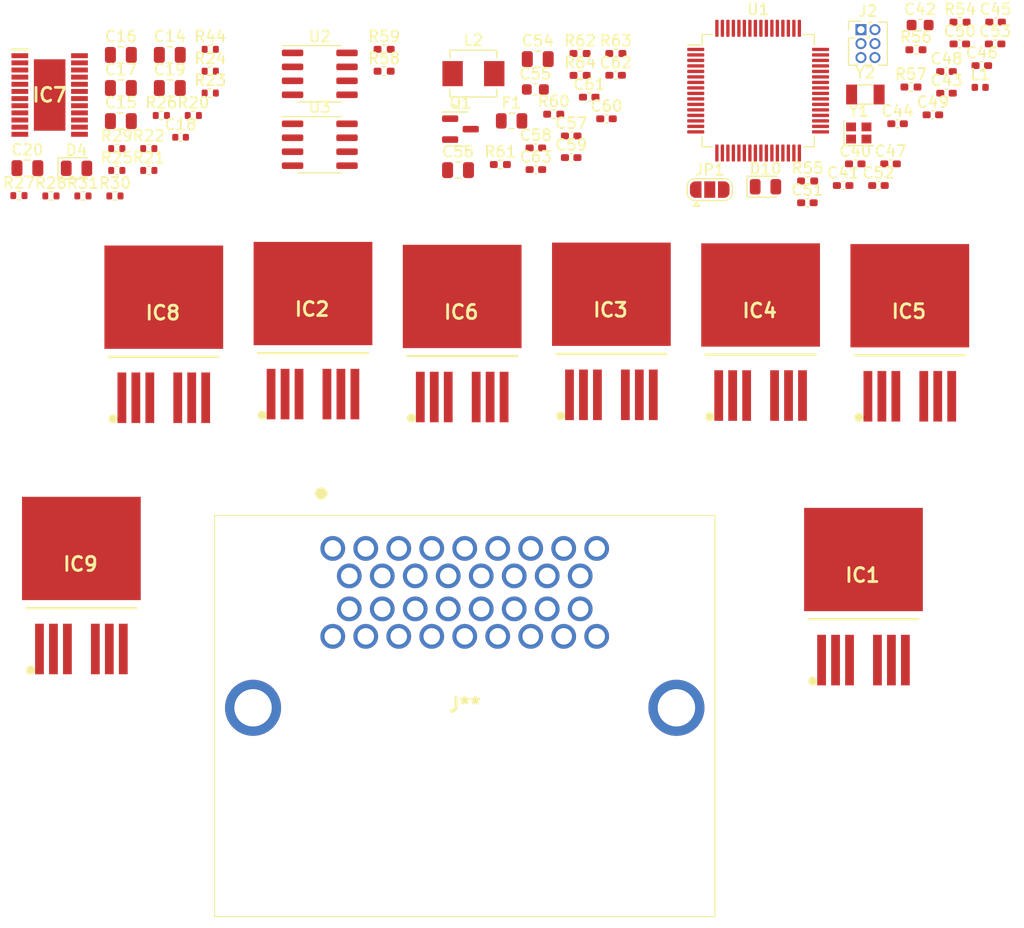
<source format=kicad_pcb>
(kicad_pcb (version 20211014) (generator pcbnew)
  (layers (0 "F.Cu" signal) (31 "B.Cu" signal) (34 "B.Paste" user) (35 "F.Paste" user) (36 "B.SilkS" user "B.Silkscreen") (37 "F.SilkS" user "F.Silkscreen") (38 "B.Mask" user) (39 "F.Mask" user) (44 "Edge.Cuts" user))
  (net 0 "")
  (net 1 "/POWER_SWITCHES/BTS722204/OUT0")
  (net 2 "GND")
  (net 3 "/POWER_SWITCHES/BTS722204/OUT1")
  (net 4 "/POWER_SWITCHES/BTS722204/OUT2")
  (net 5 "/POWER_SWITCHES/BTS722204/OUT3")
  (net 6 "/POWER_SWITCHES/BTS722204/ADC")
  (net 7 "Net-(C19-Pad1)")
  (net 8 "Net-(C19-Pad2)")
  (net 9 "/POWER_SWITCHES/BTS722204/VS")
  (net 10 "Net-(IC1-Pad2)")
  (net 11 "Net-(IC1-Pad3)")
  (net 12 "/POWER_SWITCHES/BTS50010-1TAE/MOS_OUT")
  (net 13 "+12V")
  (net 14 "Net-(IC2-Pad2)")
  (net 15 "Net-(IC2-Pad3)")
  (net 16 "/POWER_SWITCHES/BTS50010-1TAE1/MOS_OUT")
  (net 17 "Net-(IC3-Pad2)")
  (net 18 "Net-(IC3-Pad3)")
  (net 19 "/POWER_SWITCHES/BTS50010-1TAE2/MOS_OUT")
  (net 20 "Net-(IC4-Pad2)")
  (net 21 "Net-(IC4-Pad3)")
  (net 22 "/POWER_SWITCHES/BTS50010-1TAE3/MOS_OUT")
  (net 23 "Net-(IC5-Pad2)")
  (net 24 "Net-(IC5-Pad3)")
  (net 25 "/POWER_SWITCHES/BTS50010-1TAE4/MOS_OUT")
  (net 26 "Net-(IC6-Pad2)")
  (net 27 "Net-(IC6-Pad3)")
  (net 28 "/POWER_SWITCHES/BTS50010-1TAE6/MOS_OUT")
  (net 29 "Net-(IC7-Pad3)")
  (net 30 "Net-(IC7-Pad4)")
  (net 31 "Net-(IC7-Pad5)")
  (net 32 "Net-(IC7-Pad6)")
  (net 33 "Net-(IC7-Pad7)")
  (net 34 "Net-(IC7-Pad8)")
  (net 35 "Net-(IC7-Pad9)")
  (net 36 "Net-(IC7-Pad10)")
  (net 37 "Net-(IC7-Pad11)")
  (net 38 "Net-(IC7-Pad12)")
  (net 39 "Net-(IC8-Pad2)")
  (net 40 "Net-(IC8-Pad3)")
  (net 41 "/POWER_SWITCHES/BTS50010-1TAE7/MOS_OUT")
  (net 42 "Net-(IC9-Pad2)")
  (net 43 "Net-(IC9-Pad3)")
  (net 44 "/POWER_SWITCHES/BTS50010-1TAE5/MOS_OUT")
  (net 45 "/POWER_SWITCHES/BTS722204/MISO")
  (net 46 "/POWER_SWITCHES/BTS722204/MOSI")
  (net 47 "/POWER_SWITCHES/BTS722204/SCLK")
  (net 48 "/POWER_SWITCHES/BTS722204/CSN")
  (net 49 "/POWER_SWITCHES/BTS722204/IN0")
  (net 50 "/POWER_SWITCHES/BTS722204/IN1")
  (net 51 "/POWER_SWITCHES/BTS722204/IN2")
  (net 52 "/POWER_SWITCHES/BTS722204/IN3")
  (net 53 "+3.3V")
  (net 54 "Net-(C40-Pad1)")
  (net 55 "Net-(C41-Pad1)")
  (net 56 "OSC_IN")
  (net 57 "+3.3VA")
  (net 58 "OSC_OUT")
  (net 59 "OSC32_IN")
  (net 60 "OSC32_OUT")
  (net 61 "+5V")
  (net 62 "/MCU/POWER/PG3V3")
  (net 63 "Net-(C59-Pad2)")
  (net 64 "Net-(C60-Pad1)")
  (net 65 "Net-(C60-Pad2)")
  (net 66 "Net-(C61-Pad1)")
  (net 67 "Net-(D10-Pad2)")
  (net 68 "Net-(F1-Pad2)")
  (net 69 "12V_CONN")
  (net 70 "/MCU/CAN_BUS/CAN1_H")
  (net 71 "/MCU/CAN_BUS/CAN1_L")
  (net 72 "/MCU/CAN_BUS/CAN2_H")
  (net 73 "/MCU/CAN_BUS/CAN2_L")
  (net 75 "NRST")
  (net 76 "SWCLK")
  (net 77 "SWDIO")
  (net 78 "Net-(JP1-Pad2)")
  (net 79 "I2C2_SCL")
  (net 80 "I2C2_SDA")
  (net 81 "LED_STATUS")
  (net 82 "BOOT0")
  (net 83 "Net-(IC11-Pad6)")
  (net 84 "Net-(IC11-Pad5)")
  (net 85 "Net-(IC11-Pad8)")
  (net 86 "ADC_A1")
  (net 87 "ADC_A2")
  (net 88 "ADC_A3")
  (net 89 "ADC_A4")
  (net 90 "ADC_B1")
  (net 91 "ADC_B2")
  (net 92 "ADC_B3")
  (net 93 "ADC_B4")
  (net 94 "GPIO_1")
  (net 95 "GPIO_2")
  (net 96 "GPIO_3")
  (net 97 "GPIO_4")
  (net 98 "GPIO_5")
  (net 99 "GPIO_6")
  (net 100 "GPIO_7")
  (net 101 "GPIO_8")
  (net 103 "SPI_CS")
  (net 104 "SPI2_SCK")
  (net 105 "SPI2_MISO")
  (net 106 "SPI2_MOSI")
  (net 107 "TIM3_CH1")
  (net 108 "TIM3_CH2")
  (net 109 "TIM3_CH3")
  (net 111 "TIM1_CH1")
  (net 112 "TIM1_CH2")
  (net 113 "TIM1_CH3")
  (net 117 "USART_TX")
  (net 118 "USART_RX")
  (net 119 "USART_CK")
  (net 121 "SWO")
  (net 123 "CAN2_RX")
  (net 124 "CAN2_TX")
  (net 126 "CAN1_RX")
  (net 127 "CAN1_TX")
  (footprint "Capacitor_SMD:C_0603_1608Metric" (layer "F.Cu") (at 228.67 20.96)
    (fp_text reference "C42" (at 0 -1.43) (layer "F.SilkS"))
    (fp_text value "4,7uF")
    (pad "1" smd roundrect (at -0.775 0) (size 0.9 0.95) (layers "F.Cu" "F.Paste" "F.Mask") (net 53 "+3.3V"))
    (pad "2" smd roundrect (at 0.775 0) (size 0.9 0.95) (layers "F.Cu" "F.Paste" "F.Mask") (net 2 "GND"))
  )
  (footprint "Capacitor_SMD:C_0402_1005Metric_Pad0.74x0.62mm_HandSolder" (layer "F.Cu") (at 193.73 32.14)
    (fp_text reference "C58" (at 0 -1.16) (layer "F.SilkS"))
    (fp_text value "0.1uF")
    (pad "1" smd roundrect (at -0.5675 0) (size 0.735 0.62) (layers "F.Cu" "F.Paste" "F.Mask") (net 2 "GND"))
    (pad "2" smd roundrect (at 0.5675 0) (size 0.735 0.62) (layers "F.Cu" "F.Paste" "F.Mask") (net 13 "+12V"))
  )
  (footprint "Capacitor_SMD:C_0805_2012Metric" (layer "F.Cu") (at 147.49 33.98)
    (fp_text reference "C20" (at 0 -1.68) (layer "F.SilkS"))
    (fp_text value "100nF")
    (pad "1" smd roundrect (at -0.95 0) (size 1 1.45) (layers "F.Cu" "F.Paste" "F.Mask") (net 2 "GND"))
    (pad "2" smd roundrect (at 0.95 0) (size 1 1.45) (layers "F.Cu" "F.Paste" "F.Mask") (net 9 "/POWER_SWITCHES/BTS722204/VS"))
  )
  (footprint "Resistor_SMD:R_0402_1005Metric_Pad0.72x0.64mm_HandSolder" (layer "F.Cu") (at 179.93 23.17)
    (fp_text reference "R59" (at 0 -1.17) (layer "F.SilkS"))
    (fp_text value "120")
    (pad "1" smd roundrect (at -0.5975 0) (size 0.715 0.64) (layers "F.Cu" "F.Paste" "F.Mask") (net 73 "/MCU/CAN_BUS/CAN2_L"))
    (pad "2" smd roundrect (at 0.5975 0) (size 0.715 0.64) (layers "F.Cu" "F.Paste" "F.Mask") (net 72 "/MCU/CAN_BUS/CAN2_H"))
  )
  (footprint "Capacitor_SMD:C_0805_2012Metric" (layer "F.Cu") (at 155.99 23.68)
    (fp_text reference "C16" (at 0 -1.68) (layer "F.SilkS"))
    (fp_text value "10nf")
    (pad "1" smd roundrect (at -0.95 0) (size 1 1.45) (layers "F.Cu" "F.Paste" "F.Mask") (net 4 "/POWER_SWITCHES/BTS722204/OUT2"))
    (pad "2" smd roundrect (at 0.95 0) (size 1 1.45) (layers "F.Cu" "F.Paste" "F.Mask") (net 2 "GND"))
  )
  (footprint "LED_SMD:LED_0805_2012Metric" (layer "F.Cu") (at 214.61 35.675)
    (fp_text reference "D10" (at 0 -1.65) (layer "F.SilkS"))
    (fp_text value "LED_Small")
    (pad "1" smd roundrect (at -0.9375 0) (size 0.975 1.4) (layers "F.Cu" "F.Paste" "F.Mask") (net 2 "GND"))
    (pad "2" smd roundrect (at 0.9375 0) (size 0.975 1.4) (layers "F.Cu" "F.Paste" "F.Mask") (net 67 "Net-(D10-Pad2)"))
  )
  (footprint "Resistor_SMD:R_0402_1005Metric_Pad0.72x0.64mm_HandSolder" (layer "F.Cu") (at 218.44 35.15)
    (fp_text reference "R55" (at 0 -1.17) (layer "F.SilkS"))
    (fp_text value "2k2")
    (pad "1" smd roundrect (at -0.5975 0) (size 0.715 0.64) (layers "F.Cu" "F.Paste" "F.Mask") (net 53 "+3.3V"))
    (pad "2" smd roundrect (at 0.5975 0) (size 0.715 0.64) (layers "F.Cu" "F.Paste" "F.Mask") (net 80 "I2C2_SDA"))
  )
  (footprint "Jumper:SolderJumper-3_P1.3mm_Open_RoundedPad1.0x1.5mm" (layer "F.Cu") (at 209.54 35.93)
    (fp_text reference "JP1" (at 0 -1.8) (layer "F.SilkS"))
    (fp_text value "SolderJumper_3_Open")
    (pad "1" smd custom (at -1.3 0) (size 1 0.5) (layers "F.Cu" "F.Mask") (net 2 "GND") (options (clearance outline) (anchor rect)) (primitives (gr_circle (center 0 0.25) (end 0.5 0.25) (width 0) (fill yes)) (gr_circle (center 0 -0.25) (end 0.5 -0.25) (width 0) (fill yes)) (gr_poly (pts (xy 0.55 0.75) (xy 0 0.75) (xy 0 -0.75) (xy 0.55 -0.75)) (width 0) (fill yes))))
    (pad "2" smd rect (at 0 0) (size 1 1.5) (layers "F.Cu" "F.Mask") (net 78 "Net-(JP1-Pad2)"))
    (pad "3" smd custom (at 1.3 0) (size 1 0.5) (layers "F.Cu" "F.Mask") (net 53 "+3.3V") (options (clearance outline) (anchor rect)) (primitives (gr_circle (center 0 0.25) (end 0.5 0.25) (width 0) (fill yes)) (gr_circle (center 0 -0.25) (end 0.5 -0.25) (width 0) (fill yes)) (gr_poly (pts (xy 0 0.75) (xy -0.55 0.75) (xy -0.55 -0.75) (xy 0 -0.75)) (width 0) (fill yes))))
  )
  (footprint "Capacitor_SMD:C_0402_1005Metric_Pad0.74x0.62mm_HandSolder" (layer "F.Cu") (at 200.15 29.49)
    (fp_text reference "C60" (at 0 -1.16) (layer "F.SilkS"))
    (fp_text value "1uF")
    (pad "1" smd roundrect (at -0.5675 0) (size 0.735 0.62) (layers "F.Cu" "F.Paste" "F.Mask") (net 64 "Net-(C60-Pad1)"))
    (pad "2" smd roundrect (at 0.5675 0) (size 0.735 0.62) (layers "F.Cu" "F.Paste" "F.Mask") (net 65 "Net-(C60-Pad2)"))
  )
  (footprint "Resistor_SMD:R_0402_1005Metric" (layer "F.Cu") (at 158.53 32.2)
    (fp_text reference "R22" (at 0 -1.17) (layer "F.SilkS"))
    (fp_text value "1.2k")
    (pad "1" smd roundrect (at -0.51 0) (size 0.54 0.64) (layers "F.Cu" "F.Paste" "F.Mask") (net 31 "Net-(IC7-Pad5)"))
    (pad "2" smd roundrect (at 0.51 0) (size 0.54 0.64) (layers "F.Cu" "F.Paste" "F.Mask") (net 47 "/POWER_SWITCHES/BTS722204/SCLK"))
  )
  (footprint "Resistor_SMD:R_0402_1005Metric" (layer "F.Cu") (at 164.12 23.17)
    (fp_text reference "R44" (at 0 -1.17) (layer "F.SilkS"))
    (fp_text value "1.2k")
    (pad "1" smd roundrect (at -0.51 0) (size 0.54 0.64) (layers "F.Cu" "F.Paste" "F.Mask") (net 33 "Net-(IC7-Pad7)"))
    (pad "2" smd roundrect (at 0.51 0) (size 0.54 0.64) (layers "F.Cu" "F.Paste" "F.Mask") (net 2 "GND"))
  )
  (footprint "Resistor_SMD:R_0402_1005Metric_Pad0.72x0.64mm_HandSolder" (layer "F.Cu") (at 228.29 23.21)
    (fp_text reference "R56" (at 0 -1.17) (layer "F.SilkS"))
    (fp_text value "1k5")
    (pad "1" smd roundrect (at -0.5975 0) (size 0.715 0.64) (layers "F.Cu" "F.Paste" "F.Mask") (net 81 "LED_STATUS"))
    (pad "2" smd roundrect (at 0.5975 0) (size 0.715 0.64) (layers "F.Cu" "F.Paste" "F.Mask") (net 67 "Net-(D10-Pad2)"))
  )
  (footprint "Resistor_SMD:R_0402_1005Metric_Pad0.72x0.64mm_HandSolder" (layer "F.Cu") (at 201 23.55)
    (fp_text reference "R63" (at 0 -1.17) (layer "F.SilkS"))
    (fp_text value "13k")
    (pad "1" smd roundrect (at -0.5975 0) (size 0.715 0.64) (layers "F.Cu" "F.Paste" "F.Mask") (net 66 "Net-(C61-Pad1)"))
    (pad "2" smd roundrect (at 0.5975 0) (size 0.715 0.64) (layers "F.Cu" "F.Paste" "F.Mask") (net 2 "GND"))
  )
  (footprint "Capacitor_SMD:C_0402_1005Metric_Pad0.74x0.62mm_HandSolder" (layer "F.Cu") (at 221.67 35.56)
    (fp_text reference "C41" (at 0 -1.16) (layer "F.SilkS"))
    (fp_text value "2u2")
    (pad "1" smd roundrect (at -0.5675 0) (size 0.735 0.62) (layers "F.Cu" "F.Paste" "F.Mask") (net 55 "Net-(C41-Pad1)"))
    (pad "2" smd roundrect (at 0.5675 0) (size 0.735 0.62) (layers "F.Cu" "F.Paste" "F.Mask") (net 2 "GND"))
  )
  (footprint "PDMS_Additional:PG-TO263-7-3_3" (layer "F.Cu") (at 159.892857 45.719996)
    (fp_text reference "IC8" (at -0.084 1.425) (layer "F.SilkS") (effects (font (size 1.27 1.27) (thickness 0.254))))
    (fp_text value "BTS500101TAEATMA1" hide)
    (pad "1" smd rect (at -3.81 9.15) (size 0.8 4.6) (layers "F.Cu" "F.Paste" "F.Mask") (net 2 "GND"))
    (pad "2" smd rect (at -2.54 9.15) (size 0.8 4.6) (layers "F.Cu" "F.Paste" "F.Mask") (net 39 "Net-(IC8-Pad2)"))
    (pad "3" smd rect (at -1.27 9.15) (size 0.8 4.6) (layers "F.Cu" "F.Paste" "F.Mask") (net 40 "Net-(IC8-Pad3)"))
    (pad "5" smd rect (at 1.27 9.15) (size 0.8 4.6) (layers "F.Cu" "F.Paste" "F.Mask") (net 41 "/POWER_SWITCHES/BTS50010-1TAE7/MOS_OUT"))
    (pad "6" smd rect (at 2.54 9.15) (size 0.8 4.6) (layers "F.Cu" "F.Paste" "F.Mask") (net 41 "/POWER_SWITCHES/BTS50010-1TAE7/MOS_OUT"))
    (pad "7" smd rect (at 3.81 9.15) (size 0.8 4.6) (layers "F.Cu" "F.Paste" "F.Mask") (net 41 "/POWER_SWITCHES/BTS50010-1TAE7/MOS_OUT"))
    (pad "8" smd rect (at 0 0 90) (size 9.4 10.8) (layers "F.Cu" "F.Paste" "F.Mask") (net 13 "+12V"))
  )
  (footprint "Resistor_SMD:R_0402_1005Metric" (layer "F.Cu") (at 146.72 36.48)
    (fp_text reference "R27" (at 0 -1.17) (layer "F.SilkS"))
    (fp_text value "4.7k")
    (pad "1" smd roundrect (at -0.51 0) (size 0.54 0.64) (layers "F.Cu" "F.Paste" "F.Mask") (net 52 "/POWER_SWITCHES/BTS722204/IN3"))
    (pad "2" smd roundrect (at 0.51 0) (size 0.54 0.64) (layers "F.Cu" "F.Paste" "F.Mask") (net 37 "Net-(IC7-Pad11)"))
  )
  (footprint "Resistor_SMD:R_0402_1005Metric_Pad0.72x0.64mm_HandSolder" (layer "F.Cu") (at 190.5 33.65)
    (fp_text reference "R61" (at 0 -1.17) (layer "F.SilkS"))
    (fp_text value "20")
    (pad "1" smd roundrect (at -0.5975 0) (size 0.715 0.64) (layers "F.Cu" "F.Paste" "F.Mask") (net 84 "Net-(IC11-Pad5)"))
    (pad "2" smd roundrect (at 0.5975 0) (size 0.715 0.64) (layers "F.Cu" "F.Paste" "F.Mask") (net 64 "Net-(C60-Pad1)"))
  )
  (footprint "Resistor_SMD:R_0402_1005Metric_Pad0.72x0.64mm_HandSolder" (layer "F.Cu") (at 179.93 25.16)
    (fp_text reference "R58" (at 0 -1.17) (layer "F.SilkS"))
    (fp_text value "120")
    (pad "1" smd roundrect (at -0.5975 0) (size 0.715 0.64) (layers "F.Cu" "F.Paste" "F.Mask") (net 70 "/MCU/CAN_BUS/CAN1_H"))
    (pad "2" smd roundrect (at 0.5975 0) (size 0.715 0.64) (layers "F.Cu" "F.Paste" "F.Mask") (net 71 "/MCU/CAN_BUS/CAN1_L"))
  )
  (footprint "Resistor_SMD:R_0402_1005Metric" (layer "F.Cu") (at 155.45 36.51)
    (fp_text reference "R30" (at 0 -1.17) (layer "F.SilkS"))
    (fp_text value "4.7k")
    (pad "1" smd roundrect (at -0.51 0) (size 0.54 0.64) (layers "F.Cu" "F.Paste" "F.Mask") (net 38 "Net-(IC7-Pad12)"))
    (pad "2" smd roundrect (at 0.51 0) (size 0.54 0.64) (layers "F.Cu" "F.Paste" "F.Mask") (net 6 "/POWER_SWITCHES/BTS722204/ADC"))
  )
  (footprint "Diode_SMD:D_0805_2012Metric" (layer "F.Cu") (at 151.96 33.995)
    (fp_text reference "D4" (at 0 -1.65) (layer "F.SilkS"))
    (fp_text value "7V")
    (pad "1" smd roundrect (at -0.9375 0) (size 0.975 1.4) (layers "F.Cu" "F.Paste" "F.Mask") (net 2 "GND"))
    (pad "2" smd roundrect (at 0.9375 0) (size 0.975 1.4) (layers "F.Cu" "F.Paste" "F.Mask") (net 6 "/POWER_SWITCHES/BTS722204/ADC"))
  )
  (footprint "PDM_Additional:SOP65P600X115-25N" (layer "F.Cu") (at 149.515 27.325)
    (fp_text reference "IC7" (at 0 0) (layer "F.SilkS") (effects (font (size 1.27 1.27) (thickness 0.254))))
    (fp_text value "BTS722204ESAXUMA1" hide)
    (pad "1" smd rect (at -2.712 -3.575 90) (size 0.45 1.525) (layers "F.Cu" "F.Paste" "F.Mask") (net 2 "GND"))
    (pad "2" smd rect (at -2.712 -2.925 90) (size 0.45 1.525) (layers "F.Cu" "F.Paste" "F.Mask") (net 8 "Net-(C19-Pad2)"))
    (pad "3" smd rect (at -2.712 -2.275 90) (size 0.45 1.525) (layers "F.Cu" "F.Paste" "F.Mask") (net 29 "Net-(IC7-Pad3)"))
    (pad "4" smd rect (at -2.712 -1.625 90) (size 0.45 1.525) (layers "F.Cu" "F.Paste" "F.Mask") (net 30 "Net-(IC7-Pad4)"))
    (pad "5" smd rect (at -2.712 -0.975 90) (size 0.45 1.525) (layers "F.Cu" "F.Paste" "F.Mask") (net 31 "Net-(IC7-Pad5)"))
    (pad "6" smd rect (at -2.712 -0.325 90) (size 0.45 1.525) (layers "F.Cu" "F.Paste" "F.Mask") (net 32 "Net-(IC7-Pad6)"))
    (pad "7" smd rect (at -2.712 0.325 90) (size 0.45 1.525) (layers "F.Cu" "F.Paste" "F.Mask") (net 33 "Net-(IC7-Pad7)"))
    (pad "8" smd rect (at -2.712 0.975 90) (size 0.45 1.525) (layers "F.Cu" "F.Paste" "F.Mask") (net 34 "Net-(IC7-Pad8)"))
    (pad "9" smd rect (at -2.712 1.625 90) (size 0.45 1.525) (layers "F.Cu" "F.Paste" "F.Mask") (net 35 "Net-(IC7-Pad9)"))
    (pad "10" smd rect (at -2.712 2.275 90) (size 0.45 1.525) (layers "F.Cu" "F.Paste" "F.Mask") (net 36 "Net-(IC7-Pad10)"))
    (pad "11" smd rect (at -2.712 2.925 90) (size 0.45 1.525) (layers "F.Cu" "F.Paste" "F.Mask") (net 37 "Net-(IC7-Pad11)"))
    (pad "12" smd rect (at -2.712 3.575 90) (size 0.45 1.525) (layers "F.Cu" "F.Paste" "F.Mask") (net 38 "Net-(IC7-Pad12)"))
    (pad "13" smd rect (at 2.712 3.575 90) (size 0.45 1.525) (layers "F.Cu" "F.Paste" "F.Mask") (net 5 "/POWER_SWITCHES/BTS722204/OUT3"))
    (pad "14" smd rect (at 2.712 2.925 90) (size 0.45 1.525) (layers "F.Cu" "F.Paste" "F.Mask") (net 5 "/POWER_SWITCHES/BTS722204/OUT3"))
    (pad "15" smd rect (at 2.712 2.275 90) (size 0.45 1.525) (layers "F.Cu" "F.Paste" "F.Mask") (net 5 "/POWER_SWITCHES/BTS722204/OUT3"))
    (pad "16" smd rect (at 2.712 1.625 90) (size 0.45 1.525) (layers "F.Cu" "F.Paste" "F.Mask") (net 5 "/POWER_SWITCHES/BTS722204/OUT3"))
    (pad "17" smd rect (at 2.712 0.975 90) (size 0.45 1.525) (layers "F.Cu" "F.Paste" "F.Mask") (net 4 "/POWER_SWITCHES/BTS722204/OUT2"))
    (pad "18" smd rect (at 2.712 0.325 90) (size 0.45 1.525) (layers "F.Cu" "F.Paste" "F.Mask") (net 4 "/POWER_SWITCHES/BTS722204/OUT2"))
    (pad "19" smd rect (at 2.712 -0.325 90) (size 0.45 1.525) (layers "F.Cu" "F.Paste" "F.Mask") (net 3 "/POWER_SWITCHES/BTS722204/OUT1"))
    (pad "20" smd rect (at 2.712 -0.975 90) (size 0.45 1.525) (layers "F.Cu" "F.Paste" "F.Mask") (net 3 "/POWER_SWITCHES/BTS722204/OUT1"))
    (pad "21" smd rect (at 2.712 -1.625 90) (size 0.45 1.525) (layers "F.Cu" "F.Paste" "F.Mask") (net 1 "/POWER_SWITCHES/BTS722204/OUT0"))
    (pad "22" smd rect (at 2.712 -2.275 90) (size 0.45 1.525) (layers "F.Cu" "F.Paste" "F.Mask") (net 1 "/POWER_SWITCHES/BTS722204/OUT0"))
    (pad "23" smd rect (at 2.712 -2.925 90) (size 0.45 1.525) (layers "F.Cu" "F.Paste" "F.Mask") (net 1 "/POWER_SWITCHES/BTS722204/OUT0"))
    (pad "24" smd rect (at 2.712 -3.575 90) (size 0.45 1.525) (layers "F.Cu" "F.Paste" "F.Mask") (net 1 "/POWER_SWITCHES/BTS722204/OUT0"))
    (pad "25" smd rect (at 0 0) (size 2.87 6.5) (layers "F.Cu" "F.Paste" "F.Mask") (net 9 "/POWER_SWITCHES/BTS722204/VS"))
  )
  (footprint "Package_SO:SOIC-8_3.9x4.9mm_P1.27mm" (layer "F.Cu") (at 174.08 31.85)
    (fp_text reference "U3" (at 0 -3.4) (layer "F.SilkS"))
    (fp_text value "MCP2561-E-SN")
    (pad "1" smd roundrect (at -2.475 -1.905) (size 1.95 0.6) (layers "F.Cu" "F.Paste" "F.Mask") (net 124 "CAN2_TX"))
    (pad "2" smd roundrect (at -2.475 -0.635) (size 1.95 0.6) (layers "F.Cu" "F.Paste" "F.Mask") (net 2 "GND"))
    (pad "3" smd roundrect (at -2.475 0.635) (size 1.95 0.6) (layers "F.Cu" "F.Paste" "F.Mask") (net 61 "+5V"))
    (pad "4" smd roundrect (at -2.475 1.905) (size 1.95 0.6) (layers "F.Cu" "F.Paste" "F.Mask") (net 123 "CAN2_RX"))
    (pad "5" smd roundrect (at 2.475 1.905) (size 1.95 0.6) (layers "F.Cu" "F.Paste" "F.Mask"))
    (pad "6" smd roundrect (at 2.475 0.635) (size 1.95 0.6) (layers "F.Cu" "F.Paste" "F.Mask") (net 73 "/MCU/CAN_BUS/CAN2_L"))
    (pad "7" smd roundrect (at 2.475 -0.635) (size 1.95 0.6) (layers "F.Cu" "F.Paste" "F.Mask") (net 72 "/MCU/CAN_BUS/CAN2_H"))
    (pad "8" smd roundrect (at 2.475 -1.905) (size 1.95 0.6) (layers "F.Cu" "F.Paste" "F.Mask") (net 2 "GND"))
  )
  (footprint "PDMS_Additional:PG-TO263-7-3_3" (layer "F.Cu") (at 152.4 68.58)
    (fp_text reference "IC9" (at -0.084 1.425) (layer "F.SilkS") (effects (font (size 1.27 1.27) (thickness 0.254))))
    (fp_text value "BTS500101TAEATMA1" hide)
    (pad "1" smd rect (at -3.81 9.15) (size 0.8 4.6) (layers "F.Cu" "F.Paste" "F.Mask") (net 2 "GND"))
    (pad "2" smd rect (at -2.54 9.15) (size 0.8 4.6) (layers "F.Cu" "F.Paste" "F.Mask") (net 42 "Net-(IC9-Pad2)"))
    (pad "3" smd rect (at -1.27 9.15) (size 0.8 4.6) (layers "F.Cu" "F.Paste" "F.Mask") (net 43 "Net-(IC9-Pad3)"))
    (pad "5" smd rect (at 1.27 9.15) (size 0.8 4.6) (layers "F.Cu" "F.Paste" "F.Mask") (net 44 "/POWER_SWITCHES/BTS50010-1TAE5/MOS_OUT"))
    (pad "6" smd rect (at 2.54 9.15) (size 0.8 4.6) (layers "F.Cu" "F.Paste" "F.Mask") (net 44 "/POWER_SWITCHES/BTS50010-1TAE5/MOS_OUT"))
    (pad "7" smd rect (at 3.81 9.15) (size 0.8 4.6) (layers "F.Cu" "F.Paste" "F.Mask") (net 44 "/POWER_SWITCHES/BTS50010-1TAE5/MOS_OUT"))
    (pad "8" smd rect (at 0 0 90) (size 9.4 10.8) (layers "F.Cu" "F.Paste" "F.Mask") (net 13 "+12V"))
  )
  (footprint "Capacitor_SMD:C_0603_1608Metric" (layer "F.Cu") (at 193.68 26.82)
    (fp_text reference "C55" (at 0 -1.43) (layer "F.SilkS"))
    (fp_text value "4.7uF")
    (pad "1" smd roundrect (at -0.775 0) (size 0.9 0.95) (layers "F.Cu" "F.Paste" "F.Mask") (net 61 "+5V"))
    (pad "2" smd roundrect (at 0.775 0) (size 0.9 0.95) (layers "F.Cu" "F.Paste" "F.Mask") (net 2 "GND"))
  )
  (footprint "Inductor_SMD:L_0402_1005Metric" (layer "F.Cu") (at 234.13 26.63)
    (fp_text reference "L1" (at 0 -1.17) (layer "F.SilkS"))
    (fp_text value "2u7 120m")
    (pad "1" smd roundrect (at -0.485 0) (size 0.59 0.64) (layers "F.Cu" "F.Paste" "F.Mask") (net 53 "+3.3V"))
    (pad "2" smd roundrect (at 0.485 0) (size 0.59 0.64) (layers "F.Cu" "F.Paste" "F.Mask") (net 57 "+3.3VA"))
  )
  (footprint "Capacitor_SMD:C_0402_1005Metric_Pad0.74x0.62mm_HandSolder" (layer "F.Cu") (at 235.49 22.68)
    (fp_text reference "C53" (at 0 -1.16) (layer "F.SilkS"))
    (fp_text value "10pF")
    (pad "1" smd roundrect (at -0.5675 0) (size 0.735 0.62) (layers "F.Cu" "F.Paste" "F.Mask") (net 60 "OSC32_OUT"))
    (pad "2" smd roundrect (at 0.5675 0) (size 0.735 0.62) (layers "F.Cu" "F.Paste" "F.Mask") (net 2 "GND"))
  )
  (footprint "Resistor_SMD:R_0402_1005Metric_Pad0.72x0.64mm_HandSolder" (layer "F.Cu") (at 227.84 26.6)
    (fp_text reference "R57" (at 0 -1.17) (layer "F.SilkS"))
    (fp_text value "1k")
    (pad "1" smd roundrect (at -0.5975 0) (size 0.715 0.64) (layers "F.Cu" "F.Paste" "F.Mask") (net 82 "BOOT0"))
    (pad "2" smd roundrect (at 0.5975 0) (size 0.715 0.64) (layers "F.Cu" "F.Paste" "F.Mask") (net 78 "Net-(JP1-Pad2)"))
  )
  (footprint "Capacitor_SMD:C_0402_1005Metric" (layer "F.Cu") (at 161.42 31.17)
    (fp_text reference "C18" (at 0 -1.16) (layer "F.SilkS"))
    (fp_text value "220pF")
    (pad "1" smd roundrect (at -0.48 0) (size 0.56 0.62) (layers "F.Cu" "F.Paste" "F.Mask") (net 6 "/POWER_SWITCHES/BTS722204/ADC"))
    (pad "2" smd roundrect (at 0.48 0) (size 0.56 0.62) (layers "F.Cu" "F.Paste" "F.Mask") (net 2 "GND"))
  )
  (footprint "Resistor_SMD:R_0402_1005Metric_Pad0.72x0.64mm_HandSolder" (layer "F.Cu") (at 232.3 20.7)
    (fp_text reference "R54" (at 0 -1.17) (layer "F.SilkS"))
    (fp_text value "2k2")
    (pad "1" smd roundrect (at -0.5975 0) (size 0.715 0.64) (layers "F.Cu" "F.Paste" "F.Mask") (net 53 "+3.3V"))
    (pad "2" smd roundrect (at 0.5975 0) (size 0.715 0.64) (layers "F.Cu" "F.Paste" "F.Mask") (net 79 "I2C2_SCL"))
  )
  (footprint "Package_QFP:LQFP-64_10x10mm_P0.5mm" (layer "F.Cu") (at 213.94 26.93)
    (fp_text reference "U1" (at 0 -7.4) (layer "F.SilkS"))
    (fp_text value "STM32F405RGTx")
    (pad "1" smd roundrect (at -5.675 -3.75) (size 1.55 0.3) (layers "F.Cu" "F.Paste" "F.Mask") (net 53 "+3.3V"))
    (pad "2" smd roundrect (at -5.675 -3.25) (size 1.55 0.3) (layers "F.Cu" "F.Paste" "F.Mask") (net 81 "LED_STATUS"))
    (pad "3" smd roundrect (at -5.675 -2.75) (size 1.55 0.3) (layers "F.Cu" "F.Paste" "F.Mask") (net 59 "OSC32_IN"))
    (pad "4" smd roundrect (at -5.675 -2.25) (size 1.55 0.3) (layers "F.Cu" "F.Paste" "F.Mask") (net 60 "OSC32_OUT"))
    (pad "5" smd roundrect (at -5.675 -1.75) (size 1.55 0.3) (layers "F.Cu" "F.Paste" "F.Mask") (net 56 "OSC_IN"))
    (pad "6" smd roundrect (at -5.675 -1.25) (size 1.55 0.3) (layers "F.Cu" "F.Paste" "F.Mask") (net 58 "OSC_OUT"))
    (pad "7" smd roundrect (at -5.675 -0.75) (size 1.55 0.3) (layers "F.Cu" "F.Paste" "F.Mask") (net 75 "NRST"))
    (pad "8" smd roundrect (at -5.675 -0.25) (size 1.55 0.3) (layers "F.Cu" "F.Paste" "F.Mask") (net 86 "ADC_A1"))
    (pad "9" smd roundrect (at -5.675 0.25) (size 1.55 0.3) (layers "F.Cu" "F.Paste" "F.Mask") (net 87 "ADC_A2"))
    (pad "10" smd roundrect (at -5.675 0.75) (size 1.55 0.3) (layers "F.Cu" "F.Paste" "F.Mask") (net 88 "ADC_A3"))
    (pad "11" smd roundrect (at -5.675 1.25) (size 1.55 0.3) (layers "F.Cu" "F.Paste" "F.Mask") (net 89 "ADC_A4"))
    (pad "12" smd roundrect (at -5.675 1.75) (size 1.55 0.3) (layers "F.Cu" "F.Paste" "F.Mask") (net 2 "GND"))
    (pad "13" smd roundrect (at -5.675 2.25) (size 1.55 0.3) (layers "F.Cu" "F.Paste" "F.Mask") (net 57 "+3.3VA"))
    (pad "14" smd roundrect (at -5.675 2.75) (size 1.55 0.3) (layers "F.Cu" "F.Paste" "F.Mask") (net 90 "ADC_B1"))
    (pad "15" smd roundrect (at -5.675 3.25) (size 1.55 0.3) (layers "F.Cu" "F.Paste" "F.Mask") (net 91 "ADC_B2"))
    (pad "16" smd roundrect (at -5.675 3.75) (size 1.55 0.3) (layers "F.Cu" "F.Paste" "F.Mask") (net 92 "ADC_B3"))
    (pad "17" smd roundrect (at -3.75 5.675) (size 0.3 1.55) (layers "F.Cu" "F.Paste" "F.Mask") (net 93 "ADC_B4"))
    (pad "18" smd roundrect (at -3.25 5.675) (size 0.3 1.55) (layers "F.Cu" "F.Paste" "F.Mask") (net 2 "GND"))
    (pad "19" smd roundrect (at -2.75 5.675) (size 0.3 1.55) (layers "F.Cu" "F.Paste" "F.Mask") (net 53 "+3.3V"))
    (pad "20" smd roundrect (at -2.25 5.675) (size 0.3 1.55) (layers "F.Cu" "F.Paste" "F.Mask") (net 94 "GPIO_1"))
    (pad "21" smd roundrect (at -1.75 5.675) (size 0.3 1.55) (layers "F.Cu" "F.Paste" "F.Mask") (net 95 "GPIO_2"))
    (pad "22" smd roundrect (at -1.25 5.675) (size 0.3 1.55) (layers "F.Cu" "F.Paste" "F.Mask") (net 96 "GPIO_3"))
    (pad "23" smd roundrect (at -0.75 5.675) (size 0.3 1.55) (layers "F.Cu" "F.Paste" "F.Mask") (net 97 "GPIO_4"))
    (pad "24" smd roundrect (at -0.25 5.675) (size 0.3 1.55) (layers "F.Cu" "F.Paste" "F.Mask") (net 98 "GPIO_5"))
    (pad "25" smd roundrect (at 0.25 5.675) (size 0.3 1.55) (layers "F.Cu" "F.Paste" "F.Mask") (net 99 "GPIO_6"))
    (pad "26" smd roundrect (at 0.75 5.675) (size 0.3 1.55) (layers "F.Cu" "F.Paste" "F.Mask") (net 100 "GPIO_7"))
    (pad "27" smd roundrect (at 1.25 5.675) (size 0.3 1.55) (layers "F.Cu" "F.Paste" "F.Mask") (net 101 "GPIO_8"))
    (pad "28" smd roundrect (at 1.75 5.675) (size 0.3 1.55) (layers "F.Cu" "F.Paste" "F.Mask"))
    (pad "29" smd roundrect (at 2.25 5.675) (size 0.3 1.55) (layers "F.Cu" "F.Paste" "F.Mask") (net 79 "I2C2_SCL"))
    (pad "30" smd roundrect (at 2.75 5.675) (size 0.3 1.55) (layers "F.Cu" "F.Paste" "F.Mask") (net 80 "I2C2_SDA"))
    (pad "31" smd roundrect (at 3.25 5.675) (size 0.3 1.55) (layers "F.Cu" "F.Paste" "F.Mask") (net 54 "Net-(C40-Pad1)"))
    (pad "32" smd roundrect (at 3.75 5.675) (size 0.3 1.55) (layers "F.Cu" "F.Paste" "F.Mask") (net 53 "+3.3V"))
    (pad "33" smd roundrect (at 5.675 3.75) (size 1.55 0.3) (layers "F.Cu" "F.Paste" "F.Mask") (net 103 "SPI_CS"))
    (pad "34" smd roundrect (at 5.675 3.25) (size 1.55 0.3) (layers "F.Cu" "F.Paste" "F.Mask") (net 104 "SPI2_SCK"))
    (pad "35" smd roundrect (at 5.675 2.75) (size 1.55 0.3) (layers "F.Cu" "F.Paste" "F.Mask") (net 105 "SPI2_MISO"))
    (pad "36" smd roundrect (at 5.675 2.25) (size 1.55 0.3) (layers "F.Cu" "F.Paste" "F.Mask") (net 106 "SPI2_MOSI"))
    (pad "37" smd roundrect (at 5.675 1.75) (size 1.55 0.3) (layers "F.Cu" "F.Paste" "F.Mask") (net 107 "TIM3_CH1"))
    (pad "38" smd roundrect (at 5.675 1.25) (size 1.55 0.3) (layers "F.Cu" "F.Paste" "F.Mask") (net 108 "TIM3_CH2"))
    (pad "39" smd roundrect (at 5.675 0.75) (size 1.55 0.3) (layers "F.Cu" "F.Paste" "F.Mask") (net 109 "TIM3_CH3"))
    (pad "40" smd roundrect (at 5.675 0.25) (size 1.55 0.3) (layers "F.Cu" "F.Paste" "F.Mask"))
    (pad "41" smd roundrect (at 5.675 -0.25) (size 1.55 0.3) (layers "F.Cu" "F.Paste" "F.Mask") (net 111 "TIM1_CH1"))
    (pad "42" smd roundrect (at 5.675 -0.75) (size 1.55 0.3) (layers "F.Cu" "F.Paste" "F.Mask") (net 112 "TIM1_CH2"))
    (pad "43" smd roundrect (at 5.675 -1.25) (size 1.55 0.3) (layers "F.Cu" "F.Paste" "F.Mask") (net 113 "TIM1_CH3"))
    (pad "44" smd roundrect (at 5.675 -1.75) (size 1.55 0.3) (layers "F.Cu" "F.Paste" "F.Mask"))
    (pad "45" smd roundrect (at 5.675 -2.25) (size 1.55 0.3) (layers "F.Cu" "F.Paste" "F.Mask"))
    (pad "46" smd roundrect (at 5.675 -2.75) (size 1.55 0.3) (layers "F.Cu" "F.Paste" "F.Mask") (net 77 "SWDIO"))
    (pad "47" smd roundrect (at 5.675 -3.25) (size 1.55 0.3) (layers "F.Cu" "F.Paste" "F.Mask") (net 55 "Net-(C41-Pad1)"))
    (pad "48" smd roundrect (at 5.675 -3.75) (size 1.55 0.3) (layers "F.Cu" "F.Paste" "F.Mask") (net 53 "+3.3V"))
    (pad "49" smd roundrect (at 3.75 -5.675) (size 0.3 1.55) (layers "F.Cu" "F.Paste" "F.Mask") (net 76 "SWCLK"))
    (pad "50" smd roundrect (at 3.25 -5.675) (size 0.3 1.55) (layers "F.Cu" "F.Paste" "F.Mask"))
    (pad "51" smd roundrect (at 2.75 -5.675) (size 0.3 1.55) (layers "F.Cu" "F.Paste" "F.Mask") (net 117 "USART_TX"))
    (pad "52" smd roundrect (at 2.25 -5.675) (size 0.3 1.55) (layers "F.Cu" "F.Paste" "F.Mask") (net 118 "USART_RX"))
    (pad "53" smd roundrect (at 1.75 -5.675) (size 0.3 1.55) (layers "F.Cu" "F.Paste" "F.Mask") (net 119 "USART_CK"))
    (pad "54" smd roundrect (at 1.25 -5.675) (size 0.3 1.55) (layers "F.Cu" "F.Paste" "F.Mask"))
    (pad "55" smd roundrect (at 0.75 -5.675) (size 0.3 1.55) (layers "F.Cu" "F.Paste" "F.Mask") (net 121 "SWO"))
    (pad "56" smd roundrect (at 0.25 -5.675) (size 0.3 1.55) (layers "F.Cu" "F.Paste" "F.Mask"))
    (pad "57" smd roundrect (at -0.25 -5.675) (size 0.3 1.55) (layers "F.Cu" "F.Paste" "F.Mask") (net 123 "CAN2_RX"))
    (pad "58" smd roundrect (at -0.75 -5.675) (size 0.3 1.55) (layers "F.Cu" "F.Paste" "F.Mask") (net 124 "CAN2_TX"))
    (pad "59" smd roundrect (at -1.25 -5.675) (size 0.3 1.55) (layers "F.Cu" "F.Paste" "F.Mask"))
    (pad "60" smd roundrect (at -1.75 -5.675) (size 0.3 1.55) (layers "F.Cu" "F.Paste" "F.Mask") (net 82 "BOOT0"))
    (pad "61" smd roundrect (at -2.25 -5.675) (size 0.3 1.55) (layers "F.Cu" "F.Paste" "F.Mask") (net 126 "CAN1_RX"))
    (pad "62" smd roundrect (at -2.75 -5.675) (size 0.3 1.55) (layers "F.Cu" "F.Paste" "F.Mask") (net 127 "CAN1_TX"))
    (pad "63" smd roundrect (at -3.25 -5.675) (size 0.3 1.55) (layers "F.Cu" "F.Paste" "F.Mask") (net 2 "GND"))
    (pad "64" smd roundrect (at -3.75 -5.675) (size 0.3 1.55) (layers "F.Cu" "F.Paste" "F.Mask") (net 53 "+3.3V"))
  )
  (footprint "Capacitor_SMD:C_0805_2012Metric" (layer "F.Cu") (at 160.44 26.69)
    (fp_text reference "C19" (at 0 -1.68) (layer "F.SilkS"))
    (fp_text value "470nF")
    (pad "1" smd roundrect (at -0.95 0) (size 1 1.45) (layers "F.Cu" "F.Paste" "F.Mask") (net 7 "Net-(C19-Pad1)"))
    (pad "2" smd roundrect (at 0.95 0) (size 1 1.45) (layers "F.Cu" "F.Paste" "F.Mask") (net 8 "Net-(C19-Pad2)"))
  )
  (footprint "Resistor_SMD:R_0402_1005Metric" (layer "F.Cu") (at 164.12 27.15)
    (fp_text reference "R23" (at 0 -1.17) (layer "F.SilkS"))
    (fp_text value "1.2k")
    (pad "1" smd roundrect (at -0.51 0) (size 0.54 0.64) (layers "F.Cu" "F.Paste" "F.Mask") (net 32 "Net-(IC7-Pad6)"))
    (pad "2" smd roundrect (at 0.51 0) (size 0.54 0.64) (layers "F.Cu" "F.Paste" "F.Mask") (net 48 "/POWER_SWITCHES/BTS722204/CSN"))
  )
  (footprint "Capacitor_SMD:C_0805_2012Metric" (layer "F.Cu") (at 186.65 34.16)
    (fp_text reference "C56" (at 0 -1.68) (layer "F.SilkS"))
    (fp_text value "22uF")
    (pad "1" smd roundrect (at -0.95 0) (size 1 1.45) (layers "F.Cu" "F.Paste" "F.Mask") (net 2 "GND"))
    (pad "2" smd roundrect (at 0.95 0) (size 1 1.45) (layers "F.Cu" "F.Paste" "F.Mask") (net 13 "+12V"))
  )
  (footprint "Capacitor_SMD:C_0402_1005Metric_Pad0.74x0.62mm_HandSolder" (layer "F.Cu") (at 193.73 34.11)
    (fp_text reference "C63" (at 0 -1.16) (layer "F.SilkS"))
    (fp_text value "22uF")
    (pad "1" smd roundrect (at -0.5675 0) (size 0.735 0.62) (layers "F.Cu" "F.Paste" "F.Mask") (net 2 "GND"))
    (pad "2" smd roundrect (at 0.5675 0) (size 0.735 0.62) (layers "F.Cu" "F.Paste" "F.Mask") (net 53 "+3.3V"))
  )
  (footprint "PDMS_Additional:PG-TO263-7-3_3" (layer "F.Cu") (at 214.164285 45.520712)
    (fp_text reference "IC4" (at -0.084 1.425) (layer "F.SilkS") (effects (font (size 1.27 1.27) (thickness 0.254))))
    (fp_text value "BTS500101TAEATMA1" hide)
    (pad "1" smd rect (at -3.81 9.15) (size 0.8 4.6) (layers "F.Cu" "F.Paste" "F.Mask") (net 2 "GND"))
    (pad "2" smd rect (at -2.54 9.15) (size 0.8 4.6) (layers "F.Cu" "F.Paste" "F.Mask") (net 20 "Net-(IC4-Pad2)"))
    (pad "3" smd rect (at -1.27 9.15) (size 0.8 4.6) (layers "F.Cu" "F.Paste" "F.Mask") (net 21 "Net-(IC4-Pad3)"))
    (pad "5" smd rect (at 1.27 9.15) (size 0.8 4.6) (layers "F.Cu" "F.Paste" "F.Mask") (net 22 "/POWER_SWITCHES/BTS50010-1TAE3/MOS_OUT"))
    (pad "6" smd rect (at 2.54 9.15) (size 0.8 4.6) (layers "F.Cu" "F.Paste" "F.Mask") (net 22 "/POWER_SWITCHES/BTS50010-1TAE3/MOS_OUT"))
    (pad "7" smd rect (at 3.81 9.15) (size 0.8 4.6) (layers "F.Cu" "F.Paste" "F.Mask") (net 22 "/POWER_SWITCHES/BTS50010-1TAE3/MOS_OUT"))
    (pad "8" smd rect (at 0 0 90) (size 9.4 10.8) (layers "F.Cu" "F.Paste" "F.Mask") (net 13 "+12V"))
  )
  (footprint "Resistor_SMD:R_0402_1005Metric" (layer "F.Cu") (at 162.58 29.19)
    (fp_text reference "R20" (at 0 -1.17) (layer "F.SilkS"))
    (fp_text value "1.2k")
    (pad "1" smd roundrect (at -0.51 0) (size 0.54 0.64) (layers "F.Cu" "F.Paste" "F.Mask") (net 29 "Net-(IC7-Pad3)"))
    (pad "2" smd roundrect (at 0.51 0) (size 0.54 0.64) (layers "F.Cu" "F.Paste" "F.Mask") (net 45 "/POWER_SWITCHES/BTS722204/MISO"))
  )
  (footprint "Fuse:Fuse_0805_2012Metric" (layer "F.Cu") (at 191.52 29.68)
    (fp_text reference "F1" (at 0 -1.65) (layer "F.SilkS"))
    (fp_text value "Fuse")
    (pad "1" smd roundrect (at -0.9375 0) (size 0.975 1.4) (layers "F.Cu" "F.Paste" "F.Mask") (net 13 "+12V"))
    (pad "2" smd roundrect (at 0.9375 0) (size 0.975 1.4) (layers "F.Cu" "F.Paste" "F.Mask") (net 68 "Net-(F1-Pad2)"))
  )
  (footprint "Crystal:Crystal_SMD_3215-2Pin_3.2x1.5mm" (layer "F.Cu") (at 223.69 27.28)
    (fp_text reference "Y2" (at 0 -2) (layer "F.SilkS"))
    (fp_text value "32KHz")
    (pad "1" smd rect (at 1.25 0) (size 1 1.8) (layers "F.Cu" "F.Paste" "F.Mask") (net 59 "OSC32_IN"))
    (pad "2" smd rect (at -1.25 0) (size 1 1.8) (layers "F.Cu" "F.Paste" "F.Mask") (net 60 "OSC32_OUT"))
  )
  (footprint "Capacitor_SMD:C_0402_1005Metric_Pad0.74x0.62mm_HandSolder" (layer "F.Cu") (at 229.83 29.13)
    (fp_text reference "C49" (at 0 -1.16) (layer "F.SilkS"))
    (fp_text value "100n")
    (pad "1" smd roundrect (at -0.5675 0) (size 0.735 0.62) (layers "F.Cu" "F.Paste" "F.Mask") (net 57 "+3.3VA"))
    (pad "2" smd roundrect (at 0.5675 0) (size 0.735 0.62) (layers "F.Cu" "F.Paste" "F.Mask") (net 2 "GND"))
  )
  (footprint "Package_SO:SOIC-8_3.9x4.9mm_P1.27mm" (layer "F.Cu") (at 174.08 25.4)
    (fp_text reference "U2" (at 0 -3.4) (layer "F.SilkS"))
    (fp_text value "MCP2561-E-SN")
    (pad "1" smd roundrect (at -2.475 -1.905) (size 1.95 0.6) (layers "F.Cu" "F.Paste" "F.Mask") (net 127 "CAN1_TX"))
    (pad "2" smd roundrect (at -2.475 -0.635) (size 1.95 0.6) (layers "F.Cu" "F.Paste" "F.Mask") (net 2 "GND"))
    (pad "3" smd roundrect (at -2.475 0.635) (size 1.95 0.6) (layers "F.Cu" "F.Paste" "F.Mask") (net 61 "+5V"))
    (pad "4" smd roundrect (at -2.475 1.905) (size 1.95 0.6) (layers "F.Cu" "F.Paste" "F.Mask") (net 126 "CAN1_RX"))
    (pad "5" smd roundrect (at 2.475 1.905) (size 1.95 0.6) (layers "F.Cu" "F.Paste" "F.Mask"))
    (pad "6" smd roundrect (at 2.475 0.635) (size 1.95 0.6) (layers "F.Cu" "F.Paste" "F.Mask") (net 71 "/MCU/CAN_BUS/CAN1_L"))
    (pad "7" smd roundrect (at 2.475 -0.635) (size 1.95 0.6) (layers "F.Cu" "F.Paste" "F.Mask") (net 70 "/MCU/CAN_BUS/CAN1_H"))
    (pad "8" smd roundrect (at 2.475 -1.905) (size 1.95 0.6) (layers "F.Cu" "F.Paste" "F.Mask") (net 2 "GND"))
  )
  (footprint "Capacitor_SMD:C_0402_1005Metric_Pad0.74x0.62mm_HandSolder" (layer "F.Cu") (at 225.98 33.59)
    (fp_text reference "C47" (at 0 -1.16) (layer "F.SilkS"))
    (fp_text value "100n")
    (pad "1" smd roundrect (at -0.5675 0) (size 0.735 0.62) (layers "F.Cu" "F.Paste" "F.Mask") (net 53 "+3.3V"))
    (pad "2" smd roundrect (at 0.5675 0) (size 0.735 0.62) (layers "F.Cu" "F.Paste" "F.Mask") (net 2 "GND"))
  )
  (footprint "Resistor_SMD:R_0402_1005Metric_Pad0.72x0.64mm_HandSolder" (layer "F.Cu") (at 197.75 25.54)
    (fp_text reference "R64" (at 0 -1.17) (layer "F.SilkS"))
    (fp_text value "40.2k")
    (pad "1" smd roundrect (at -0.5975 0) (size 0.715 0.64) (layers "F.Cu" "F.Paste" "F.Mask") (net 53 "+3.3V"))
    (pad "2" smd roundrect (at 0.5975 0) (size 0.715 0.64) (layers "F.Cu" "F.Paste" "F.Mask") (net 66 "Net-(C61-Pad1)"))
  )
  (footprint "PDMS_Additional:PG-TO263-7-3_3" (layer "F.Cu") (at 187.028571 45.653568)
    (fp_text reference "IC6" (at -0.084 1.425) (layer "F.SilkS") (effects (font (size 1.27 1.27) (thickness 0.254))))
    (fp_text value "BTS500101TAEATMA1" hide)
    (pad "1" smd rect (at -3.81 9.15) (size 0.8 4.6) (layers "F.Cu" "F.Paste" "F.Mask") (net 2 "GND"))
    (pad "2" smd rect (at -2.54 9.15) (size 0.8 4.6) (layers "F.Cu" "F.Paste" "F.Mask") (net 26 "Net-(IC6-Pad2)"))
    (pad "3" smd rect (at -1.27 9.15) (size 0.8 4.6) (layers "F.Cu" "F.Paste" "F.Mask") (net 27 "Net-(IC6-Pad3)"))
    (pad "5" smd rect (at 1.27 9.15) (size 0.8 4.6) (layers "F.Cu" "F.Paste" "F.Mask") (net 28 "/POWER_SWITCHES/BTS50010-1TAE6/MOS_OUT"))
    (pad "6" smd rect (at 2.54 9.15) (size 0.8 4.6) (layers "F.Cu" "F.Paste" "F.Mask") (net 28 "/POWER_SWITCHES/BTS50010-1TAE6/MOS_OUT"))
    (pad "7" smd rect (at 3.81 9.15) (size 0.8 4.6) (layers "F.Cu" "F.Paste" "F.Mask") (net 28 "/POWER_SWITCHES/BTS50010-1TAE6/MOS_OUT"))
    (pad "8" smd rect (at 0 0 90) (size 9.4 10.8) (layers "F.Cu" "F.Paste" "F.Mask") (net 13 "+12V"))
  )
  (footprint "Capacitor_SMD:C_0402_1005Metric_Pad0.74x0.62mm_HandSolder" (layer "F.Cu") (at 198.58 27.52)
    (fp_text reference "C61" (at 0 -1.16) (layer "F.SilkS"))
    (fp_text value "10pF")
    (pad "1" smd roundrect (at -0.5675 0) (size 0.735 0.62) (layers "F.Cu" "F.Paste" "F.Mask") (net 66 "Net-(C61-Pad1)"))
    (pad "2" smd roundrect (at 0.5675 0) (size 0.735 0.62) (layers "F.Cu" "F.Paste" "F.Mask") (net 53 "+3.3V"))
  )
  (footprint "Resistor_SMD:R_0402_1005Metric" (layer "F.Cu") (at 164.12 25.16)
    (fp_text reference "R24" (at 0 -1.17) (layer "F.SilkS"))
    (fp_text value "4.7k")
    (pad "1" smd roundrect (at -0.51 0) (size 0.54 0.64) (layers "F.Cu" "F.Paste" "F.Mask") (net 49 "/POWER_SWITCHES/BTS722204/IN0"))
    (pad "2" smd roundrect (at 0.51 0) (size 0.54 0.64) (layers "F.Cu" "F.Paste" "F.Mask") (net 34 "Net-(IC7-Pad8)"))
  )
  (footprint "Capacitor_SMD:C_0402_1005Metric_Pad0.74x0.62mm_HandSolder" (layer "F.Cu") (at 235.53 20.69)
    (fp_text reference "C45" (at 0 -1.16) (layer "F.SilkS"))
    (fp_text value "100nF")
    (pad "1" smd roundrect (at -0.5675 0) (size 0.735 0.62) (layers "F.Cu" "F.Paste" "F.Mask") (net 53 "+3.3V"))
    (pad "2" smd roundrect (at 0.5675 0) (size 0.735 0.62) (layers "F.Cu" "F.Paste" "F.Mask") (net 2 "GND"))
  )
  (footprint "Resistor_SMD:R_0402_1005Metric" (layer "F.Cu") (at 152.54 36.51)
    (fp_text reference "R31" (at 0 -1.17) (layer "F.SilkS"))
    (fp_text value "1.2k")
    (pad "1" smd roundrect (at -0.51 0) (size 0.54 0.64) (layers "F.Cu" "F.Paste" "F.Mask") (net 38 "Net-(IC7-Pad12)"))
    (pad "2" smd roundrect (at 0.51 0) (size 0.54 0.64) (layers "F.Cu" "F.Paste" "F.Mask") (net 2 "GND"))
  )
  (footprint "PDMS_Additional:PG-TO263-7-3_3" (layer "F.Cu") (at 227.732142 45.58714)
    (fp_text reference "IC5" (at -0.084 1.425) (layer "F.SilkS") (effects (font (size 1.27 1.27) (thickness 0.254))))
    (fp_text value "BTS500101TAEATMA1" hide)
    (pad "1" smd rect (at -3.81 9.15) (size 0.8 4.6) (layers "F.Cu" "F.Paste" "F.Mask") (net 2 "GND"))
    (pad "2" smd rect (at -2.54 9.15) (size 0.8 4.6) (layers "F.Cu" "F.Paste" "F.Mask") (net 23 "Net-(IC5-Pad2)"))
    (pad "3" smd rect (at -1.27 9.15) (size 0.8 4.6) (layers "F.Cu" "F.Paste" "F.Mask") (net 24 "Net-(IC5-Pad3)"))
    (pad "5" smd rect (at 1.27 9.15) (size 0.8 4.6) (layers "F.Cu" "F.Paste" "F.Mask") (net 25 "/POWER_SWITCHES/BTS50010-1TAE4/MOS_OUT"))
    (pad "6" smd rect (at 2.54 9.15) (size 0.8 4.6) (layers "F.Cu" "F.Paste" "F.Mask") (net 25 "/POWER_SWITCHES/BTS50010-1TAE4/MOS_OUT"))
    (pad "7" smd rect (at 3.81 9.15) (size 0.8 4.6) (layers "F.Cu" "F.Paste" "F.Mask") (net 25 "/POWER_SWITCHES/BTS50010-1TAE4/MOS_OUT"))
    (pad "8" smd rect (at 0 0 90) (size 9.4 10.8) (layers "F.Cu" "F.Paste" "F.Mask") (net 13 "+12V"))
  )
  (footprint "PDMS_Additional:PG-TO263-7-3_3" (layer "F.Cu") (at 200.596428 45.454284)
    (fp_text reference "IC3" (at -0.084 1.425) (layer "F.SilkS") (effects (font (size 1.27 1.27) (thickness 0.254))))
    (fp_text value "BTS500101TAEATMA1" hide)
    (pad "1" smd rect (at -3.81 9.15) (size 0.8 4.6) (layers "F.Cu" "F.Paste" "F.Mask") (net 2 "GND"))
    (pad "2" smd rect (at -2.54 9.15) (size 0.8 4.6) (layers "F.Cu" "F.Paste" "F.Mask") (net 17 "Net-(IC3-Pad2)"))
    (pad "3" smd rect (at -1.27 9.15) (size 0.8 4.6) (layers "F.Cu" "F.Paste" "F.Mask") (net 18 "Net-(IC3-Pad3)"))
    (pad "5" smd rect (at 1.27 9.15) (size 0.8 4.6) (layers "F.Cu" "F.Paste" "F.Mask") (net 19 "/POWER_SWITCHES/BTS50010-1TAE2/MOS_OUT"))
    (pad "6" smd rect (at 2.54 9.15) (size 0.8 4.6) (layers "F.Cu" "F.Paste" "F.Mask") (net 19 "/POWER_SWITCHES/BTS50010-1TAE2/MOS_OUT"))
    (pad "7" smd rect (at 3.81 9.15) (size 0.8 4.6) (layers "F.Cu" "F.Paste" "F.Mask") (net 19 "/POWER_SWITCHES/BTS50010-1TAE2/MOS_OUT"))
    (pad "8" smd rect (at 0 0 90) (size 9.4 10.8) (layers "F.Cu" "F.Paste" "F.Mask") (net 13 "+12V"))
  )
  (footprint "Resistor_SMD:R_0402_1005Metric" (layer "F.Cu") (at 158.53 34.19)
    (fp_text reference "R21" (at 0 -1.17) (layer "F.SilkS"))
    (fp_text value "1.2k")
    (pad "1" smd roundrect (at -0.51 0) (size 0.54 0.64) (layers "F.Cu" "F.Paste" "F.Mask") (net 30 "Net-(IC7-Pad4)"))
    (pad "2" smd roundrect (at 0.51 0) (size 0.54 0.64) (layers "F.Cu" "F.Paste" "F.Mask") (net 46 "/POWER_SWITCHES/BTS722204/MOSI"))
  )
  (footprint "Capacitor_SMD:C_0402_1005Metric_Pad0.74x0.62mm_HandSolder" (layer "F.Cu") (at 232.28 22.68)
    (fp_text reference "C50" (at 0 -1.16) (layer "F.SilkS"))
    (fp_text value "10pF")
    (pad "1" smd roundrect (at -0.5675 0) (size 0.735 0.62) (layers "F.Cu" "F.Paste" "F.Mask") (net 58 "OSC_OUT"))
    (pad "2" smd roundrect (at 0.5675 0) (size 0.735 0.62) (layers "F.Cu" "F.Paste" "F.Mask") (net 2 "GND"))
  )
  (footprint "Capacitor_SMD:C_0402_1005Metric_Pad0.74x0.62mm_HandSolder" (layer "F.Cu") (at 224.88 35.56)
    (fp_text reference "C52" (at 0 -1.16) (layer "F.SilkS"))
    (fp_text value "10pF")
    (pad "1" smd roundrect (at -0.5675 0) (size 0.735 0.62) (layers "F.Cu" "F.Paste" "F.Mask") (net 59 "OSC32_IN"))
    (pad "2" smd roundrect (at 0.5675 0) (size 0.735 0.62) (layers "F.Cu" "F.Paste" "F.Mask") (net 2 "GND"))
  )
  (footprint "Capacitor_SMD:C_0402_1005Metric_Pad0.74x0.62mm_HandSolder" (layer "F.Cu") (at 226.62 29.94)
    (fp_text reference "C44" (at 0 -1.16) (layer "F.SilkS"))
    (fp_text value "100nF")
    (pad "1" smd roundrect (at -0.5675 0) (size 0.735 0.62) (layers "F.Cu" "F.Paste" "F.Mask") (net 53 "+3.3V"))
    (pad "2" smd roundrect (at 0.5675 0) (size 0.735 0.62) (layers "F.Cu" "F.Paste" "F.Mask") (net 2 "GND"))
  )
  (footprint "PDMS_Additional:PG-TO263-7-3_3" (layer "F.Cu") (at 173.460714 45.387856)
    (fp_text reference "IC2" (at -0.084 1.425) (layer "F.SilkS") (effects (font (size 1.27 1.27) (thickness 0.254))))
    (fp_text value "BTS500101TAEATMA1" hide)
    (pad "1" smd rect (at -3.81 9.15) (size 0.8 4.6) (layers "F.Cu" "F.Paste" "F.Mask") (net 2 "GND"))
    (pad "2" smd rect (at -2.54 9.15) (size 0.8 4.6) (layers "F.Cu" "F.Paste" "F.Mask") (net 14 "Net-(IC2-Pad2)"))
    (pad "3" smd rect (at -1.27 9.15) (size 0.8 4.6) (layers "F.Cu" "F.Paste" "F.Mask") (net 15 "Net-(IC2-Pad3)"))
    (pad "5" smd rect (at 1.27 9.15) (size 0.8 4.6) (layers "F.Cu" "F.Paste" "F.Mask") (net 16 "/POWER_SWITCHES/BTS50010-1TAE1/MOS_OUT"))
    (pad "6" smd rect (at 2.54 9.15) (size 0.8 4.6) (layers "F.Cu" "F.Paste" "F.Mask") (net 16 "/POWER_SWITCHES/BTS50010-1TAE1/MOS_OUT"))
    (pad "7" smd rect (at 3.81 9.15) (size 0.8 4.6) (layers "F.Cu" "F.Paste" "F.Mask") (net 16 "/POWER_SWITCHES/BTS50010-1TAE1/MOS_OUT"))
    (pad "8" smd rect (at 0 0 90) (size 9.4 10.8) (layers "F.Cu" "F.Paste" "F.Mask") (net 13 "+12V"))
  )
  (footprint "Capacitor_SMD:C_0402_1005Metric_Pad0.74x0.62mm_HandSolder" (layer "F.Cu") (at 234.28 24.65)
    (fp_text reference "C46" (at 0 -1.16) (layer "F.SilkS"))
    (fp_text value "100nF")
    (pad "1" smd roundrect (at -0.5675 0) (size 0.735 0.62) (layers "F.Cu" "F.Paste" "F.Mask") (net 53 "+3.3V"))
    (pad "2" smd roundrect (at 0.5675 0) (size 0.735 0.62) (layers "F.Cu" "F.Paste" "F.Mask") (net 2 "GND"))
  )
  (footprint "Capacitor_SMD:C_0805_2012Metric" (layer "F.Cu") (at 193.9 24.06)
    (fp_text reference "C54" (at 0 -1.68) (layer "F.SilkS"))
    (fp_text value "1uF")
    (pad "1" smd roundrect (at -0.95 0) (size 1 1.45) (layers "F.Cu" "F.Paste" "F.Mask") (net 13 "+12V"))
    (pad "2" smd roundrect (at 0.95 0) (size 1 1.45) (layers "F.Cu" "F.Paste" "F.Mask") (net 2 "GND"))
  )
  (footprint "Capacitor_SMD:C_0402_1005Metric_Pad0.74x0.62mm_HandSolder" (layer "F.Cu") (at 222.77 33.59)
    (fp_text reference "C40" (at 0 -1.16) (layer "F.SilkS"))
    (fp_text value "2u2")
    (pad "1" smd roundrect (at -0.5675 0) (size 0.735 0.62) (layers "F.Cu" "F.Paste" "F.Mask") (net 54 "Net-(C40-Pad1)"))
    (pad "2" smd roundrect (at 0.5675 0) (size 0.735 0.62) (layers "F.Cu" "F.Paste" "F.Mask") (net 2 "GND"))
  )
  (footprint "Connector_PinHeader_1.27mm:PinHeader_2x03_P1.27mm_Vertical" (layer "F.Cu") (at 223.29 21.38)
    (fp_text reference "J2" (at 0.635 -1.695) (layer "F.SilkS"))
    (fp_text value "DBG")
    (pad "1" thru_hole rect (at 0 0) (size 1 1) (drill 0.65) (layers *.Cu *.Mask) (net 53 "+3.3V"))
    (pad "2" thru_hole oval (at 1.27 0) (size 1 1) (drill 0.65) (layers *.Cu *.Mask) (net 2 "GND"))
    (pad "3" thru_hole oval (at 0 1.27) (size 1 1) (drill 0.65) (layers *.Cu *.Mask))
    (pad "4" thru_hole oval (at 1.27 1.27) (size 1 1) (drill 0.65) (layers *.Cu *.Mask) (net 75 "NRST"))
    (pad "5" thru_hole oval (at 0 2.54) (size 1 1) (drill 0.65) (layers *.Cu *.Mask) (net 76 "SWCLK"))
    (pad "6" thru_hole oval (at 1.27 2.54) (size 1 1) (drill 0.65) (layers *.Cu *.Mask) (net 77 "SWDIO"))
  )
  (footprint "Resistor_SMD:R_0402_1005Metric_Pad0.72x0.64mm_HandSolder" (layer "F.Cu") (at 195.35 29.07)
    (fp_text reference "R60" (at 0 -1.17) (layer "F.SilkS"))
    (fp_text value "200k")
    (pad "1" smd roundrect (at -0.5975 0) (size 0.715 0.64) (layers "F.Cu" "F.Paste" "F.Mask") (net 83 "Net-(IC11-Pad6)"))
    (pad "2" smd roundrect (at 0.5975 0) (size 0.715 0.64) (layers "F.Cu" "F.Paste" "F.Mask") (net 13 "+12V"))
  )
  (footprint "Resistor_SMD:R_0402_1005Metric" (layer "F.Cu") (at 149.63 36.51)
    (fp_text reference "R28" (at 0 -1.17) (layer "F.SilkS"))
    (fp_text value "47")
    (pad "1" smd roundrect (at -0.51 0) (size 0.54 0.64) (layers "F.Cu" "F.Paste" "F.Mask") (net 7 "Net-(C19-Pad1)"))
    (pad "2" smd roundrect (at 0.51 0) (size 0.54 0.64) (layers "F.Cu" "F.Paste" "F.Mask") (net 2 "GND"))
  )
  (footprint "Inductor_SMD:L_Vishay_IHLP-1616" (layer "F.Cu") (at 188.05 25.38)
    (fp_text reference "L2" (at 0 -3.032) (layer "F.SilkS"))
    (fp_text value "2.2uH")
    (pad "1" smd rect (at -1.89225 0) (size 1.8545 2.286) (layers "F.Cu" "F.Paste" "F.Mask") (net 65 "Net-(C60-Pad2)"))
    (pad "2" smd rect (at 1.89225 0) (size 1.8545 2.286) (layers "F.Cu" "F.Paste" "F.Mask") (net 53 "+3.3V"))
  )
  (footprint "Capacitor_SMD:C_0402_1005Metric_Pad0.74x0.62mm_HandSolder" (layer "F.Cu") (at 196.94 31.05)
    (fp_text reference "C57" (at 0 -1.16) (layer "F.SilkS"))
    (fp_text value "1nF")
    (pad "1" smd roundrect (at -0.5675 0) (size 0.735 0.62) (layers "F.Cu" "F.Paste" "F.Mask") (net 2 "GND"))
    (pad "2" smd roundrect (at 0.5675 0) (size 0.735 0.62) (layers "F.Cu" "F.Paste" "F.Mask") (net 62 "/MCU/POWER/PG3V3"))
  )
  (footprint "Capacitor_SMD:C_0402_1005Metric_Pad0.74x0.62mm_HandSolder" (layer "F.Cu") (at 231.07 27.16)
    (fp_text reference "C43" (at 0 -1.16) (layer "F.SilkS"))
    (fp_text value "100nF")
    (pad "1" smd roundrect (at -0.5675 0) (size 0.735 0.62) (layers "F.Cu" "F.Paste" "F.Mask") (net 53 "+3.3V"))
    (pad "2" smd roundrect (at 0.5675 0) (size 0.735 0.62) (layers "F.Cu" "F.Paste" "F.Mask") (net 2 "GND"))
  )
  (footprint "Capacitor_SMD:C_0805_2012Metric" (layer "F.Cu") (at 155.99 29.7)
    (fp_text reference "C15" (at 0 -1.68) (layer "F.SilkS"))
    (fp_text value "10nf")
    (pad "1" smd roundrect (at -0.95 0) (size 1 1.45) (layers "F.Cu" "F.Paste" "F.Mask") (net 3 "/POWER_SWITCHES/BTS722204/OUT1"))
    (pad "2" smd roundrect (at 0.95 0) (size 1 1.45) (layers "F.Cu" "F.Paste" "F.Mask") (net 2 "GND"))
  )
  (footprint "PDMS_Additional:64372882" (layer "F.Cu") (at 175.26 68.58)
    (fp_text reference "J**" (at 12 14.225) (layer "F.SilkS") (effects (font (size 1.27 1.27) (thickness 0.254))))
    (fp_text value "64372882" hide)
    (pad "1" thru_hole circle (at 0 0) (size 2.25 2.25) (drill 1.5) (layers *.Cu *.Mask))
    (pad "2" thru_hole circle (at 3 0) (size 2.25 2.25) (drill 1.5) (layers *.Cu *.Mask))
    (pad "3" thru_hole circle (at 6 0) (size 2.25 2.25) (drill 1.5) (layers *.Cu *.Mask))
    (pad "4" thru_hole circle (at 9 0) (size 2.25 2.25) (drill 1.5) (layers *.Cu *.Mask))
    (pad "5" thru_hole circle (at 12 0) (size 2.25 2.25) (drill 1.5) (layers *.Cu *.Mask))
    (pad "6" thru_hole circle (at 15 0) (size 2.25 2.25) (drill 1.5) (layers *.Cu *.Mask))
    (pad "7" thru_hole circle (at 18 0) (size 2.25 2.25) (drill 1.5) (layers *.Cu *.Mask))
    (pad "8" thru_hole circle (at 21 0) (size 2.25 2.25) (drill 1.5) (layers *.Cu *.Mask))
    (pad "9" thru_hole circle (at 24 0) (size 2.25 2.25) (drill 1.5) (layers *.Cu *.Mask))
    (pad "10" thru_hole circle (at 1.5 2.5) (size 2.25 2.25) (drill 1.5) (layers *.Cu *.Mask))
    (pad "11" thru_hole circle (at 4.5 2.5) (size 2.25 2.25) (drill 1.5) (layers *.Cu *.Mask))
    (pad "12" thru_hole circle (at 7.5 2.5) (size 2.25 2.25) (drill 1.5) (layers *.Cu *.Mask))
    (pad "13" thru_hole circle (at 10.5 2.5) (size 2.25 2.25) (drill 1.5) (layers *.Cu *.Mask))
    (pad "14" thru_hole circle (at 13.5 2.5) (size 2.25 2.25) (drill 1.5) (layers *.Cu *.Mask))
    (pad "15" thru_hole circle (at 16.5 2.5) (size 2.25 2.25) (drill 1.5) (layers *.Cu *.Mask))
    (pad "16" thru_hole circle (at 19.5 2.5) (size 2.25 2.25) (drill 1.5) (layers *.Cu *.Mask))
    (pad "17" thru_hole circle (at 22.5 2.5) (size 2.25 2.25) (drill 1.5) (layers *.Cu *.Mask))
    (pad "18" thru_hole circle (at 1.5 5.5) (size 2.25 2.25) (drill 1.5) (layers *.Cu *.Mask))
    (pad "19" thru_hole circle (at 4.5 5.5) (size 2.25 2.25) (drill 1.5) (layers *.Cu *.Mask))
    (pad "20" thru_hole circle (at 7.5 5.5) (size 2.25 2.25) (drill 1.5) (layers *.Cu *.Mask))
    (pad "21" thru_hole circle (at 10.5 5.5) (size 2.25 2.25) (drill 1.5) (layers *.Cu *.Mask))
    (pad "22" thru_hole circle (at 13.5 5.5) (size 2.25 2.25) (drill 1.5) (layers *.Cu *.Mask))
    (pad "23" thru_hole circle (at 16.5 5.5) (size 2.25 2.25) (drill 1.5) (layers *.Cu *.Mask))
    (pad "24" thru_hole circle (at 19.5 5.5) (size 2.25 2.25) (drill 1.5) (layers *.Cu *.Mask))
    (pad "25" thru_hole circle (at 22.5 5.5) (size 2.25 2.25) (drill 1.5) (layers *.Cu *.Mask))
    (pad "26" thru_hole circle (at 0 8) (size 2.25 2.25) (drill 1.5) (layers *.Cu *.Mask))
    (pad "27" thru_hole circle (at 3 8) (size 2.25 2.25) (drill 1.5) (layers *.Cu *.Mask))
    (pad "28" thru_hole circle (at 6 8) (size 2.25 2.25) (drill 1.5) (layers *.Cu *.Mask))
    (pad "29" thru_hole circle (at 9 8) (size 2.25 2.25) (drill 1.5) (layers *.Cu *.Mask))
    (pad "30" thru_hole circle (at 12 8) (size 2.25 2.25) (drill 1.5) (layers *.Cu *.Mask))
    (pad "31" thru_hole circle (at 15 8) (size 2.25 2.25) (drill 1.5) (layers *.Cu *.Mask))
    (pad "32" thru_hole circle (at 18 8) (size 2.25 2.25) (drill 1.5) (layers *.Cu *.Mask))
    (pad "33" thru_hole circle (at 21 8) (size 2.25 2.25) (drill 1.5) (layers *.Cu *.Mask))
    (pad "34" thru_hole circle (at 24 8) (size 2.25 2.25) (drill 1.5) (layers *.Cu *.Mask))
    (pad "MH1" thru_hole circle (at -7.25 14.5) (size 5.1 5.1) (drill 3.4) (layers *.Cu *.Mask))
    (pad "MH2" thru_hole circle (at 31.25 14.5) (size 5.1 5.1) (drill 3.4) (layers *.Cu *.Mask))
  )
  (footprint "Resistor_SMD:R_0402_1005Metric_Pad0.72x0.64mm_HandSolder" (layer "F.Cu") (at 197.75 23.55)
    (fp_text reference "R62" (at 0 -1.17) (layer "F.SilkS"))
    (fp_text value "20k")
    (pad "1" smd roundrect (at -0.5975 0) (size 0.715 0.64) (layers "F.Cu" "F.Paste" "F.Mask") (net 66 "Net-(C61-Pad1)"))
    (pad "2" smd roundrect (at 0.5975 0) (size 0.715 0.64) (layers "F.Cu" "F.Paste" "F.Mask") (net 85 "Net-(IC11-Pad8)"))
  )
  (footprint "Capacitor_SMD:C_0805_2012Metric" (layer "F.Cu") (at 160.44 23.68)
    (fp_text reference "C14" (at 0 -1.68) (layer "F.SilkS"))
    (fp_text value "10nf")
    (pad "1" smd roundrect (at -0.95 0) (size 1 1.45) (layers "F.Cu" "F.Paste" "F.Mask") (net 1 "/POWER_SWITCHES/BTS722204/OUT0"))
    (pad "2" smd roundrect (at 0.95 0) (size 1 1.45) (layers "F.Cu" "F.Paste" "F.Mask") (net 2 "GND"))
  )
  (footprint "Capacitor_SMD:C_0402_1005Metric_Pad0.74x0.62mm_HandSolder" (layer "F.Cu") (at 196.94 33.02)
    (fp_text reference "C59" (at 0 -1.16) (layer "F.SilkS"))
    (fp_text value "6.8nF")
    (pad "1" smd roundrect (at -0.5675 0) (size 0.735 0.62) (layers "F.Cu" "F.Paste" "F.Mask") (net 2 "GND"))
    (pad "2" smd roundrect (at 0.5675 0) (size 0.735 0.62) (layers "F.Cu" "F.Paste" "F.Mask") (net 63 "Net-(C59-Pad2)"))
  )
  (footprint "PDMS_Additional:PG-TO263-7-3_3" (layer "F.Cu") (at 223.52 69.59)
    (fp_text reference "IC1" (at -0.084 1.425) (layer "F.SilkS") (effects (font (size 1.27 1.27) (thickness 0.254))))
    (fp_text value "BTS500101TAEATMA1" hide)
    (pad "1" smd rect (at -3.81 9.15) (size 0.8 4.6) (layers "F.Cu" "F.Paste" "F.Mask") (net 2 "GND"))
    (pad "2" smd rect (at -2.54 9.15) (size 0.8 4.6) (layers "F.Cu" "F.Paste" "F.Mask") (net 10 "Net-(IC1-Pad2)"))
    (pad "3" smd rect (at -1.27 9.15) (size 0.8 4.6) (layers "F.Cu" "F.Paste" "F.Mask") (net 11 "Net-(IC1-Pad3)"))
    (pad "5" smd rect (at 1.27 9.15) (size 0.8 4.6) (layers "F.Cu" "F.Paste" "F.Mask") (net 12 "/POWER_SWITCHES/BTS50010-1TAE/MOS_OUT"))
    (pad "6" smd rect (at 2.54 9.15) (size 0.8 4.6) (layers "F.Cu" "F.Paste" "F.Mask") (net 12 "/POWER_SWITCHES/BTS50010-1TAE/MOS_OUT"))
    (pad "7" smd rect (at 3.81 9.15) (size 0.8 4.6) (layers "F.Cu" "F.Paste" "F.Mask") (net 12 "/POWER_SWITCHES/BTS50010-1TAE/MOS_OUT"))
    (pad "8" smd rect (at 0 0 90) (size 9.4 10.8) (layers "F.Cu" "F.Paste" "F.Mask") (net 13 "+12V"))
  )
  (footprint "Capacitor_SMD:C_0402_1005Metric_Pad0.74x0.62mm_HandSolder" (layer "F.Cu") (at 231.07 25.19)
    (fp_text reference "C48" (at 0 -1.16) (layer "F.SilkS"))
    (fp_text value "10pF")
    (pad "1" smd roundrect (at -0.5675 0) (size 0.735 0.62) (layers "F.Cu" "F.Paste" "F.Mask") (net 56 "OSC_IN"))
    (pad "2" smd roundrect (at 0.5675 0) (size 0.735 0.62) (layers "F.Cu" "F.Paste" "F.Mask") (net 2 "GND"))
  )
  (footprint "Capacitor_SMD:C_0402_1005Metric_Pad0.74x0.62mm_HandSolder" (layer "F.Cu") (at 218.42 37.13)
    (fp_text reference "C51" (at 0 -1.16) (layer "F.SilkS"))
    (fp_text value "1u")
    (pad "1" smd roundrect (at -0.5675 0) (size 0.735 0.62) (layers "F.Cu" "F.Paste" "F.Mask") (net 57 "+3.3VA"))
    (pad "2" smd roundrect (at 0.5675 0) (size 0.735 0.62) (layers "F.Cu" "F.Paste" "F.Mask") (net 2 "GND"))
  )
  (footprint "Resistor_SMD:R_0402_1005Metric" (layer "F.Cu") (at 159.67 29.19)
    (fp_text reference "R26" (at 0 -1.17) (layer "F.SilkS"))
    (fp_text value "4.7k")
    (pad "1" smd roundrect (at -0.51 0) (size 0.54 0.64) (layers "F.Cu" "F.Paste" "F.Mask") (net 51 "/POWER_SWITCHES/BTS722204/IN2"))
    (pad "2" smd roundrect (at 0.51 0) (size 0.54 0.64) (layers "F.Cu" "F.Paste" "F.Mask") (net 36 "Net-(IC7-Pad10)"))
  )
  (footprint "Crystal:Crystal_SMD_2016-4Pin_2.0x1.6mm" (layer "F.Cu") (at 223.09 30.78)
    (fp_text reference "Y1" (at 0 -2) (layer "F.SilkS"))
    (fp_text value "16Mhz")
    (pad "1" smd rect (at -0.7 0.55) (size 0.9 0.8) (layers "F.Cu" "F.Paste" "F.Mask") (net 56 "OSC_IN"))
    (pad "2" smd rect (at 0.7 0.55) (size 0.9 0.8) (layers "F.Cu" "F.Paste" "F.Mask") (net 2 "GND"))
    (pad "3" smd rect (at 0.7 -0.55) (size 0.9 0.8) (layers "F.Cu" "F.Paste" "F.Mask") (net 58 "OSC_OUT"))
    (pad "4" smd rect (at -0.7 -0.55) (size 0.9 0.8) (layers "F.Cu" "F.Paste" "F.Mask") (net 2 "GND"))
  )
  (footprint "Capacitor_SMD:C_0805_2012Metric" (layer "F.Cu") (at 155.99 26.69)
    (fp_text reference "C17" (at 0 -1.68) (layer "F.SilkS"))
    (fp_text value "10nf")
    (pad "1" smd roundrect (at -0.95 0) (size 1 1.45) (layers "F.Cu" "F.Paste" "F.Mask") (net 5 "/POWER_SWITCHES/BTS722204/OUT3"))
    (pad "2" smd roundrect (at 0.95 0) (size 1 1.45) (layers "F.Cu" "F.Paste" "F.Mask") (net 2 "GND"))
  )
  (footprint "Package_TO_SOT_SMD:SOT-23" (layer "F.Cu") (at 186.87 30.43)
    (fp_text reference "Q1" (at 0 -2.4) (layer "F.SilkS"))
    (fp_text value "AO3401A")
    (pad "1" smd roundrect (at -0.9375 -0.95) (size 1.475 0.6) (layers "F.Cu" "F.Paste" "F.Mask") (net 2 "GND"))
    (pad "2" smd roundrect (at -0.9375 0.95) (size 1.475 0.6) (layers "F.Cu" "F.Paste" "F.Mask") (net 68 "Net-(F1-Pad2)"))
    (pad "3" smd roundrect (at 0.9375 0) (size 1.475 0.6) (layers "F.Cu" "F.Paste" "F.Mask") (net 69 "12V_CONN"))
  )
  (footprint "Resistor_SMD:R_0402_1005Metric" (layer "F.Cu") (at 155.62 34.19)
    (fp_text reference "R25" (at 0 -1.17) (layer "F.SilkS"))
    (fp_text value "4.7k")
    (pad "1" smd roundrect (at -0.51 0) (size 0.54 0.64) (layers "F.Cu" "F.Paste" "F.Mask") (net 50 "/POWER_SWITCHES/BTS722204/IN1"))
    (pad "2" smd roundrect (at 0.51 0) (size 0.54 0.64) (layers "F.Cu" "F.Paste" "F.Mask") (net 35 "Net-(IC7-Pad9)"))
  )
  (footprint "Resistor_SMD:R_0402_1005Metric" (layer "F.Cu") (at 155.62 32.2)
    (fp_text reference "R29" (at 0 -1.17) (layer "F.SilkS"))
    (fp_text value "470")
    (pad "1" smd roundrect (at -0.51 0) (size 0.54 0.64) (layers "F.Cu" "F.Paste" "F.Mask") (net 8 "Net-(C19-Pad2)"))
    (pad "2" smd roundrect (at 0.51 0) (size 0.54 0.64) (layers "F.Cu" "F.Paste" "F.Mask") (net 53 "+3.3V"))
  )
  (footprint "Capacitor_SMD:C_0402_1005Metric_Pad0.74x0.62mm_HandSolder" (layer "F.Cu") (at 200.98 25.53)
    (fp_text reference "C62" (at 0 -1.16) (layer "F.SilkS"))
    (fp_text value "22uF")
    (pad "1" smd roundrect (at -0.5675 0) (size 0.735 0.62) (layers "F.Cu" "F.Paste" "F.Mask") (net 2 "GND"))
    (pad "2" smd roundrect (at 0.5675 0) (size 0.735 0.62) (layers "F.Cu" "F.Paste" "F.Mask") (net 53 "+3.3V"))
  )
)
</source>
